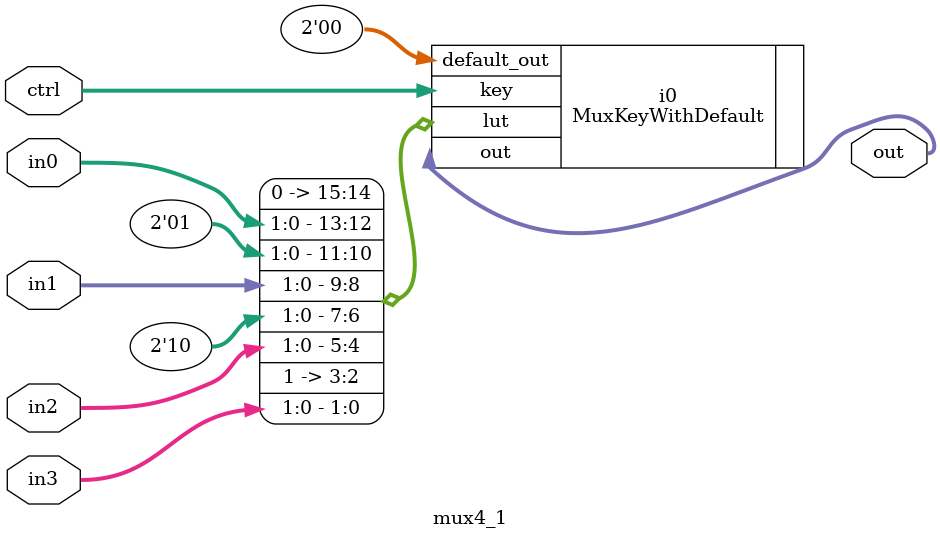
<source format=v>
module mux4_1(
    input  [1:0] ctrl,    
    input  [1:0] in0,     
    input  [1:0] in1,     
    input  [1:0] in2,     
    input  [1:0] in3,     
    output [1:0] out      
);

MuxKeyWithDefault #(
    .NR_KEY    (4),       
    .KEY_LEN   (2),       
    .DATA_LEN  (2)        
) i0 (
    .out       (out),     
    .key       (ctrl),    
    .default_out(2'b00),  
    .lut       ({         
        2'b00, in0,      
        2'b01, in1,      
        2'b10, in2,      
        2'b11, in3       
    })
);

endmodule

</source>
